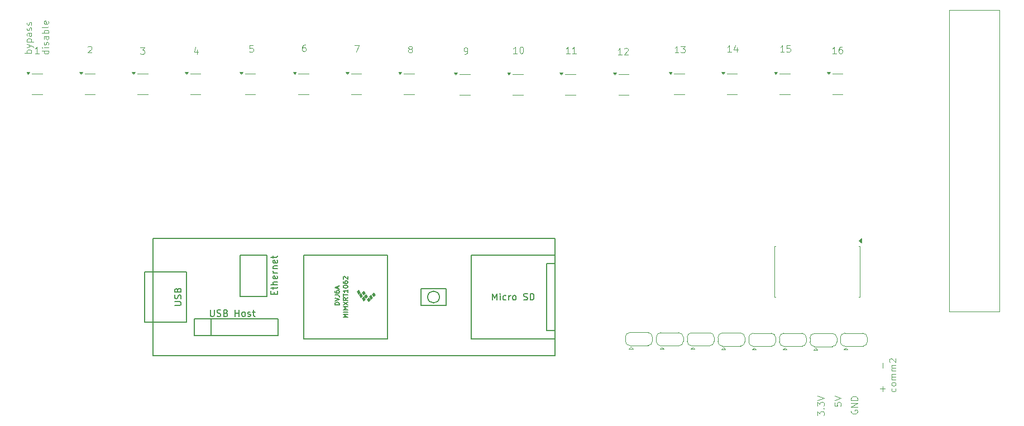
<source format=gbr>
%TF.GenerationSoftware,KiCad,Pcbnew,8.0.2-1*%
%TF.CreationDate,2024-07-06T17:14:10-04:00*%
%TF.ProjectId,boards_v3,626f6172-6473-45f7-9633-2e6b69636164,rev?*%
%TF.SameCoordinates,Original*%
%TF.FileFunction,Legend,Top*%
%TF.FilePolarity,Positive*%
%FSLAX46Y46*%
G04 Gerber Fmt 4.6, Leading zero omitted, Abs format (unit mm)*
G04 Created by KiCad (PCBNEW 8.0.2-1) date 2024-07-06 17:14:10*
%MOMM*%
%LPD*%
G01*
G04 APERTURE LIST*
%ADD10C,0.100000*%
%ADD11C,0.150000*%
%ADD12C,0.120000*%
G04 APERTURE END LIST*
D10*
X171027693Y-31772419D02*
X170456265Y-31772419D01*
X170741979Y-31772419D02*
X170741979Y-30772419D01*
X170741979Y-30772419D02*
X170646741Y-30915276D01*
X170646741Y-30915276D02*
X170551503Y-31010514D01*
X170551503Y-31010514D02*
X170456265Y-31058133D01*
X171884836Y-31105752D02*
X171884836Y-31772419D01*
X171646741Y-30724800D02*
X171408646Y-31439085D01*
X171408646Y-31439085D02*
X172027693Y-31439085D01*
X146527693Y-31972419D02*
X145956265Y-31972419D01*
X146241979Y-31972419D02*
X146241979Y-30972419D01*
X146241979Y-30972419D02*
X146146741Y-31115276D01*
X146146741Y-31115276D02*
X146051503Y-31210514D01*
X146051503Y-31210514D02*
X145956265Y-31258133D01*
X147480074Y-31972419D02*
X146908646Y-31972419D01*
X147194360Y-31972419D02*
X147194360Y-30972419D01*
X147194360Y-30972419D02*
X147099122Y-31115276D01*
X147099122Y-31115276D02*
X147003884Y-31210514D01*
X147003884Y-31210514D02*
X146908646Y-31258133D01*
X186927693Y-31972419D02*
X186356265Y-31972419D01*
X186641979Y-31972419D02*
X186641979Y-30972419D01*
X186641979Y-30972419D02*
X186546741Y-31115276D01*
X186546741Y-31115276D02*
X186451503Y-31210514D01*
X186451503Y-31210514D02*
X186356265Y-31258133D01*
X187784836Y-30972419D02*
X187594360Y-30972419D01*
X187594360Y-30972419D02*
X187499122Y-31020038D01*
X187499122Y-31020038D02*
X187451503Y-31067657D01*
X187451503Y-31067657D02*
X187356265Y-31210514D01*
X187356265Y-31210514D02*
X187308646Y-31400990D01*
X187308646Y-31400990D02*
X187308646Y-31781942D01*
X187308646Y-31781942D02*
X187356265Y-31877180D01*
X187356265Y-31877180D02*
X187403884Y-31924800D01*
X187403884Y-31924800D02*
X187499122Y-31972419D01*
X187499122Y-31972419D02*
X187689598Y-31972419D01*
X187689598Y-31972419D02*
X187784836Y-31924800D01*
X187784836Y-31924800D02*
X187832455Y-31877180D01*
X187832455Y-31877180D02*
X187880074Y-31781942D01*
X187880074Y-31781942D02*
X187880074Y-31543847D01*
X187880074Y-31543847D02*
X187832455Y-31448609D01*
X187832455Y-31448609D02*
X187784836Y-31400990D01*
X187784836Y-31400990D02*
X187689598Y-31353371D01*
X187689598Y-31353371D02*
X187499122Y-31353371D01*
X187499122Y-31353371D02*
X187403884Y-31400990D01*
X187403884Y-31400990D02*
X187356265Y-31448609D01*
X187356265Y-31448609D02*
X187308646Y-31543847D01*
X130551503Y-32072419D02*
X130741979Y-32072419D01*
X130741979Y-32072419D02*
X130837217Y-32024800D01*
X130837217Y-32024800D02*
X130884836Y-31977180D01*
X130884836Y-31977180D02*
X130980074Y-31834323D01*
X130980074Y-31834323D02*
X131027693Y-31643847D01*
X131027693Y-31643847D02*
X131027693Y-31262895D01*
X131027693Y-31262895D02*
X130980074Y-31167657D01*
X130980074Y-31167657D02*
X130932455Y-31120038D01*
X130932455Y-31120038D02*
X130837217Y-31072419D01*
X130837217Y-31072419D02*
X130646741Y-31072419D01*
X130646741Y-31072419D02*
X130551503Y-31120038D01*
X130551503Y-31120038D02*
X130503884Y-31167657D01*
X130503884Y-31167657D02*
X130456265Y-31262895D01*
X130456265Y-31262895D02*
X130456265Y-31500990D01*
X130456265Y-31500990D02*
X130503884Y-31596228D01*
X130503884Y-31596228D02*
X130551503Y-31643847D01*
X130551503Y-31643847D02*
X130646741Y-31691466D01*
X130646741Y-31691466D02*
X130837217Y-31691466D01*
X130837217Y-31691466D02*
X130932455Y-31643847D01*
X130932455Y-31643847D02*
X130980074Y-31596228D01*
X130980074Y-31596228D02*
X131027693Y-31500990D01*
X113908646Y-30772419D02*
X114575312Y-30772419D01*
X114575312Y-30772419D02*
X114146741Y-31772419D01*
X67472419Y-31567544D02*
X66472419Y-31567544D01*
X67424800Y-31567544D02*
X67472419Y-31662782D01*
X67472419Y-31662782D02*
X67472419Y-31853258D01*
X67472419Y-31853258D02*
X67424800Y-31948496D01*
X67424800Y-31948496D02*
X67377180Y-31996115D01*
X67377180Y-31996115D02*
X67281942Y-32043734D01*
X67281942Y-32043734D02*
X66996228Y-32043734D01*
X66996228Y-32043734D02*
X66900990Y-31996115D01*
X66900990Y-31996115D02*
X66853371Y-31948496D01*
X66853371Y-31948496D02*
X66805752Y-31853258D01*
X66805752Y-31853258D02*
X66805752Y-31662782D01*
X66805752Y-31662782D02*
X66853371Y-31567544D01*
X67472419Y-31091353D02*
X66805752Y-31091353D01*
X66472419Y-31091353D02*
X66520038Y-31138972D01*
X66520038Y-31138972D02*
X66567657Y-31091353D01*
X66567657Y-31091353D02*
X66520038Y-31043734D01*
X66520038Y-31043734D02*
X66472419Y-31091353D01*
X66472419Y-31091353D02*
X66567657Y-31091353D01*
X67424800Y-30662782D02*
X67472419Y-30567544D01*
X67472419Y-30567544D02*
X67472419Y-30377068D01*
X67472419Y-30377068D02*
X67424800Y-30281830D01*
X67424800Y-30281830D02*
X67329561Y-30234211D01*
X67329561Y-30234211D02*
X67281942Y-30234211D01*
X67281942Y-30234211D02*
X67186704Y-30281830D01*
X67186704Y-30281830D02*
X67139085Y-30377068D01*
X67139085Y-30377068D02*
X67139085Y-30519925D01*
X67139085Y-30519925D02*
X67091466Y-30615163D01*
X67091466Y-30615163D02*
X66996228Y-30662782D01*
X66996228Y-30662782D02*
X66948609Y-30662782D01*
X66948609Y-30662782D02*
X66853371Y-30615163D01*
X66853371Y-30615163D02*
X66805752Y-30519925D01*
X66805752Y-30519925D02*
X66805752Y-30377068D01*
X66805752Y-30377068D02*
X66853371Y-30281830D01*
X67472419Y-29377068D02*
X66948609Y-29377068D01*
X66948609Y-29377068D02*
X66853371Y-29424687D01*
X66853371Y-29424687D02*
X66805752Y-29519925D01*
X66805752Y-29519925D02*
X66805752Y-29710401D01*
X66805752Y-29710401D02*
X66853371Y-29805639D01*
X67424800Y-29377068D02*
X67472419Y-29472306D01*
X67472419Y-29472306D02*
X67472419Y-29710401D01*
X67472419Y-29710401D02*
X67424800Y-29805639D01*
X67424800Y-29805639D02*
X67329561Y-29853258D01*
X67329561Y-29853258D02*
X67234323Y-29853258D01*
X67234323Y-29853258D02*
X67139085Y-29805639D01*
X67139085Y-29805639D02*
X67091466Y-29710401D01*
X67091466Y-29710401D02*
X67091466Y-29472306D01*
X67091466Y-29472306D02*
X67043847Y-29377068D01*
X67472419Y-28900877D02*
X66472419Y-28900877D01*
X66853371Y-28900877D02*
X66805752Y-28805639D01*
X66805752Y-28805639D02*
X66805752Y-28615163D01*
X66805752Y-28615163D02*
X66853371Y-28519925D01*
X66853371Y-28519925D02*
X66900990Y-28472306D01*
X66900990Y-28472306D02*
X66996228Y-28424687D01*
X66996228Y-28424687D02*
X67281942Y-28424687D01*
X67281942Y-28424687D02*
X67377180Y-28472306D01*
X67377180Y-28472306D02*
X67424800Y-28519925D01*
X67424800Y-28519925D02*
X67472419Y-28615163D01*
X67472419Y-28615163D02*
X67472419Y-28805639D01*
X67472419Y-28805639D02*
X67424800Y-28900877D01*
X67472419Y-27853258D02*
X67424800Y-27948496D01*
X67424800Y-27948496D02*
X67329561Y-27996115D01*
X67329561Y-27996115D02*
X66472419Y-27996115D01*
X67424800Y-27091353D02*
X67472419Y-27186591D01*
X67472419Y-27186591D02*
X67472419Y-27377067D01*
X67472419Y-27377067D02*
X67424800Y-27472305D01*
X67424800Y-27472305D02*
X67329561Y-27519924D01*
X67329561Y-27519924D02*
X66948609Y-27519924D01*
X66948609Y-27519924D02*
X66853371Y-27472305D01*
X66853371Y-27472305D02*
X66805752Y-27377067D01*
X66805752Y-27377067D02*
X66805752Y-27186591D01*
X66805752Y-27186591D02*
X66853371Y-27091353D01*
X66853371Y-27091353D02*
X66948609Y-27043734D01*
X66948609Y-27043734D02*
X67043847Y-27043734D01*
X67043847Y-27043734D02*
X67139085Y-27519924D01*
X73456265Y-30967657D02*
X73503884Y-30920038D01*
X73503884Y-30920038D02*
X73599122Y-30872419D01*
X73599122Y-30872419D02*
X73837217Y-30872419D01*
X73837217Y-30872419D02*
X73932455Y-30920038D01*
X73932455Y-30920038D02*
X73980074Y-30967657D01*
X73980074Y-30967657D02*
X74027693Y-31062895D01*
X74027693Y-31062895D02*
X74027693Y-31158133D01*
X74027693Y-31158133D02*
X73980074Y-31300990D01*
X73980074Y-31300990D02*
X73408646Y-31872419D01*
X73408646Y-31872419D02*
X74027693Y-31872419D01*
X90032455Y-31405752D02*
X90032455Y-32072419D01*
X89794360Y-31024800D02*
X89556265Y-31739085D01*
X89556265Y-31739085D02*
X90175312Y-31739085D01*
X122246741Y-31300990D02*
X122151503Y-31253371D01*
X122151503Y-31253371D02*
X122103884Y-31205752D01*
X122103884Y-31205752D02*
X122056265Y-31110514D01*
X122056265Y-31110514D02*
X122056265Y-31062895D01*
X122056265Y-31062895D02*
X122103884Y-30967657D01*
X122103884Y-30967657D02*
X122151503Y-30920038D01*
X122151503Y-30920038D02*
X122246741Y-30872419D01*
X122246741Y-30872419D02*
X122437217Y-30872419D01*
X122437217Y-30872419D02*
X122532455Y-30920038D01*
X122532455Y-30920038D02*
X122580074Y-30967657D01*
X122580074Y-30967657D02*
X122627693Y-31062895D01*
X122627693Y-31062895D02*
X122627693Y-31110514D01*
X122627693Y-31110514D02*
X122580074Y-31205752D01*
X122580074Y-31205752D02*
X122532455Y-31253371D01*
X122532455Y-31253371D02*
X122437217Y-31300990D01*
X122437217Y-31300990D02*
X122246741Y-31300990D01*
X122246741Y-31300990D02*
X122151503Y-31348609D01*
X122151503Y-31348609D02*
X122103884Y-31396228D01*
X122103884Y-31396228D02*
X122056265Y-31491466D01*
X122056265Y-31491466D02*
X122056265Y-31681942D01*
X122056265Y-31681942D02*
X122103884Y-31777180D01*
X122103884Y-31777180D02*
X122151503Y-31824800D01*
X122151503Y-31824800D02*
X122246741Y-31872419D01*
X122246741Y-31872419D02*
X122437217Y-31872419D01*
X122437217Y-31872419D02*
X122532455Y-31824800D01*
X122532455Y-31824800D02*
X122580074Y-31777180D01*
X122580074Y-31777180D02*
X122627693Y-31681942D01*
X122627693Y-31681942D02*
X122627693Y-31491466D01*
X122627693Y-31491466D02*
X122580074Y-31396228D01*
X122580074Y-31396228D02*
X122532455Y-31348609D01*
X122532455Y-31348609D02*
X122437217Y-31300990D01*
X154427693Y-32172419D02*
X153856265Y-32172419D01*
X154141979Y-32172419D02*
X154141979Y-31172419D01*
X154141979Y-31172419D02*
X154046741Y-31315276D01*
X154046741Y-31315276D02*
X153951503Y-31410514D01*
X153951503Y-31410514D02*
X153856265Y-31458133D01*
X154808646Y-31267657D02*
X154856265Y-31220038D01*
X154856265Y-31220038D02*
X154951503Y-31172419D01*
X154951503Y-31172419D02*
X155189598Y-31172419D01*
X155189598Y-31172419D02*
X155284836Y-31220038D01*
X155284836Y-31220038D02*
X155332455Y-31267657D01*
X155332455Y-31267657D02*
X155380074Y-31362895D01*
X155380074Y-31362895D02*
X155380074Y-31458133D01*
X155380074Y-31458133D02*
X155332455Y-31600990D01*
X155332455Y-31600990D02*
X154761027Y-32172419D01*
X154761027Y-32172419D02*
X155380074Y-32172419D01*
X186672419Y-84919925D02*
X186672419Y-85396115D01*
X186672419Y-85396115D02*
X187148609Y-85443734D01*
X187148609Y-85443734D02*
X187100990Y-85396115D01*
X187100990Y-85396115D02*
X187053371Y-85300877D01*
X187053371Y-85300877D02*
X187053371Y-85062782D01*
X187053371Y-85062782D02*
X187100990Y-84967544D01*
X187100990Y-84967544D02*
X187148609Y-84919925D01*
X187148609Y-84919925D02*
X187243847Y-84872306D01*
X187243847Y-84872306D02*
X187481942Y-84872306D01*
X187481942Y-84872306D02*
X187577180Y-84919925D01*
X187577180Y-84919925D02*
X187624800Y-84967544D01*
X187624800Y-84967544D02*
X187672419Y-85062782D01*
X187672419Y-85062782D02*
X187672419Y-85300877D01*
X187672419Y-85300877D02*
X187624800Y-85396115D01*
X187624800Y-85396115D02*
X187577180Y-85443734D01*
X186672419Y-84586591D02*
X187672419Y-84253258D01*
X187672419Y-84253258D02*
X186672419Y-83919925D01*
X138527693Y-31972419D02*
X137956265Y-31972419D01*
X138241979Y-31972419D02*
X138241979Y-30972419D01*
X138241979Y-30972419D02*
X138146741Y-31115276D01*
X138146741Y-31115276D02*
X138051503Y-31210514D01*
X138051503Y-31210514D02*
X137956265Y-31258133D01*
X139146741Y-30972419D02*
X139241979Y-30972419D01*
X139241979Y-30972419D02*
X139337217Y-31020038D01*
X139337217Y-31020038D02*
X139384836Y-31067657D01*
X139384836Y-31067657D02*
X139432455Y-31162895D01*
X139432455Y-31162895D02*
X139480074Y-31353371D01*
X139480074Y-31353371D02*
X139480074Y-31591466D01*
X139480074Y-31591466D02*
X139432455Y-31781942D01*
X139432455Y-31781942D02*
X139384836Y-31877180D01*
X139384836Y-31877180D02*
X139337217Y-31924800D01*
X139337217Y-31924800D02*
X139241979Y-31972419D01*
X139241979Y-31972419D02*
X139146741Y-31972419D01*
X139146741Y-31972419D02*
X139051503Y-31924800D01*
X139051503Y-31924800D02*
X139003884Y-31877180D01*
X139003884Y-31877180D02*
X138956265Y-31781942D01*
X138956265Y-31781942D02*
X138908646Y-31591466D01*
X138908646Y-31591466D02*
X138908646Y-31353371D01*
X138908646Y-31353371D02*
X138956265Y-31162895D01*
X138956265Y-31162895D02*
X139003884Y-31067657D01*
X139003884Y-31067657D02*
X139051503Y-31020038D01*
X139051503Y-31020038D02*
X139146741Y-30972419D01*
X179027693Y-31772419D02*
X178456265Y-31772419D01*
X178741979Y-31772419D02*
X178741979Y-30772419D01*
X178741979Y-30772419D02*
X178646741Y-30915276D01*
X178646741Y-30915276D02*
X178551503Y-31010514D01*
X178551503Y-31010514D02*
X178456265Y-31058133D01*
X179932455Y-30772419D02*
X179456265Y-30772419D01*
X179456265Y-30772419D02*
X179408646Y-31248609D01*
X179408646Y-31248609D02*
X179456265Y-31200990D01*
X179456265Y-31200990D02*
X179551503Y-31153371D01*
X179551503Y-31153371D02*
X179789598Y-31153371D01*
X179789598Y-31153371D02*
X179884836Y-31200990D01*
X179884836Y-31200990D02*
X179932455Y-31248609D01*
X179932455Y-31248609D02*
X179980074Y-31343847D01*
X179980074Y-31343847D02*
X179980074Y-31581942D01*
X179980074Y-31581942D02*
X179932455Y-31677180D01*
X179932455Y-31677180D02*
X179884836Y-31724800D01*
X179884836Y-31724800D02*
X179789598Y-31772419D01*
X179789598Y-31772419D02*
X179551503Y-31772419D01*
X179551503Y-31772419D02*
X179456265Y-31724800D01*
X179456265Y-31724800D02*
X179408646Y-31677180D01*
X98480074Y-30772419D02*
X98003884Y-30772419D01*
X98003884Y-30772419D02*
X97956265Y-31248609D01*
X97956265Y-31248609D02*
X98003884Y-31200990D01*
X98003884Y-31200990D02*
X98099122Y-31153371D01*
X98099122Y-31153371D02*
X98337217Y-31153371D01*
X98337217Y-31153371D02*
X98432455Y-31200990D01*
X98432455Y-31200990D02*
X98480074Y-31248609D01*
X98480074Y-31248609D02*
X98527693Y-31343847D01*
X98527693Y-31343847D02*
X98527693Y-31581942D01*
X98527693Y-31581942D02*
X98480074Y-31677180D01*
X98480074Y-31677180D02*
X98432455Y-31724800D01*
X98432455Y-31724800D02*
X98337217Y-31772419D01*
X98337217Y-31772419D02*
X98099122Y-31772419D01*
X98099122Y-31772419D02*
X98003884Y-31724800D01*
X98003884Y-31724800D02*
X97956265Y-31677180D01*
X81408646Y-31072419D02*
X82027693Y-31072419D01*
X82027693Y-31072419D02*
X81694360Y-31453371D01*
X81694360Y-31453371D02*
X81837217Y-31453371D01*
X81837217Y-31453371D02*
X81932455Y-31500990D01*
X81932455Y-31500990D02*
X81980074Y-31548609D01*
X81980074Y-31548609D02*
X82027693Y-31643847D01*
X82027693Y-31643847D02*
X82027693Y-31881942D01*
X82027693Y-31881942D02*
X81980074Y-31977180D01*
X81980074Y-31977180D02*
X81932455Y-32024800D01*
X81932455Y-32024800D02*
X81837217Y-32072419D01*
X81837217Y-32072419D02*
X81551503Y-32072419D01*
X81551503Y-32072419D02*
X81456265Y-32024800D01*
X81456265Y-32024800D02*
X81408646Y-31977180D01*
X189220038Y-86072306D02*
X189172419Y-86167544D01*
X189172419Y-86167544D02*
X189172419Y-86310401D01*
X189172419Y-86310401D02*
X189220038Y-86453258D01*
X189220038Y-86453258D02*
X189315276Y-86548496D01*
X189315276Y-86548496D02*
X189410514Y-86596115D01*
X189410514Y-86596115D02*
X189600990Y-86643734D01*
X189600990Y-86643734D02*
X189743847Y-86643734D01*
X189743847Y-86643734D02*
X189934323Y-86596115D01*
X189934323Y-86596115D02*
X190029561Y-86548496D01*
X190029561Y-86548496D02*
X190124800Y-86453258D01*
X190124800Y-86453258D02*
X190172419Y-86310401D01*
X190172419Y-86310401D02*
X190172419Y-86215163D01*
X190172419Y-86215163D02*
X190124800Y-86072306D01*
X190124800Y-86072306D02*
X190077180Y-86024687D01*
X190077180Y-86024687D02*
X189743847Y-86024687D01*
X189743847Y-86024687D02*
X189743847Y-86215163D01*
X190172419Y-85596115D02*
X189172419Y-85596115D01*
X189172419Y-85596115D02*
X190172419Y-85024687D01*
X190172419Y-85024687D02*
X189172419Y-85024687D01*
X190172419Y-84548496D02*
X189172419Y-84548496D01*
X189172419Y-84548496D02*
X189172419Y-84310401D01*
X189172419Y-84310401D02*
X189220038Y-84167544D01*
X189220038Y-84167544D02*
X189315276Y-84072306D01*
X189315276Y-84072306D02*
X189410514Y-84024687D01*
X189410514Y-84024687D02*
X189600990Y-83977068D01*
X189600990Y-83977068D02*
X189743847Y-83977068D01*
X189743847Y-83977068D02*
X189934323Y-84024687D01*
X189934323Y-84024687D02*
X190029561Y-84072306D01*
X190029561Y-84072306D02*
X190124800Y-84167544D01*
X190124800Y-84167544D02*
X190172419Y-84310401D01*
X190172419Y-84310401D02*
X190172419Y-84548496D01*
X66027693Y-31972419D02*
X65456265Y-31972419D01*
X65741979Y-31972419D02*
X65741979Y-30972419D01*
X65741979Y-30972419D02*
X65646741Y-31115276D01*
X65646741Y-31115276D02*
X65551503Y-31210514D01*
X65551503Y-31210514D02*
X65456265Y-31258133D01*
X106432455Y-30672419D02*
X106241979Y-30672419D01*
X106241979Y-30672419D02*
X106146741Y-30720038D01*
X106146741Y-30720038D02*
X106099122Y-30767657D01*
X106099122Y-30767657D02*
X106003884Y-30910514D01*
X106003884Y-30910514D02*
X105956265Y-31100990D01*
X105956265Y-31100990D02*
X105956265Y-31481942D01*
X105956265Y-31481942D02*
X106003884Y-31577180D01*
X106003884Y-31577180D02*
X106051503Y-31624800D01*
X106051503Y-31624800D02*
X106146741Y-31672419D01*
X106146741Y-31672419D02*
X106337217Y-31672419D01*
X106337217Y-31672419D02*
X106432455Y-31624800D01*
X106432455Y-31624800D02*
X106480074Y-31577180D01*
X106480074Y-31577180D02*
X106527693Y-31481942D01*
X106527693Y-31481942D02*
X106527693Y-31243847D01*
X106527693Y-31243847D02*
X106480074Y-31148609D01*
X106480074Y-31148609D02*
X106432455Y-31100990D01*
X106432455Y-31100990D02*
X106337217Y-31053371D01*
X106337217Y-31053371D02*
X106146741Y-31053371D01*
X106146741Y-31053371D02*
X106051503Y-31100990D01*
X106051503Y-31100990D02*
X106003884Y-31148609D01*
X106003884Y-31148609D02*
X105956265Y-31243847D01*
X64872419Y-31896115D02*
X63872419Y-31896115D01*
X64253371Y-31896115D02*
X64205752Y-31800877D01*
X64205752Y-31800877D02*
X64205752Y-31610401D01*
X64205752Y-31610401D02*
X64253371Y-31515163D01*
X64253371Y-31515163D02*
X64300990Y-31467544D01*
X64300990Y-31467544D02*
X64396228Y-31419925D01*
X64396228Y-31419925D02*
X64681942Y-31419925D01*
X64681942Y-31419925D02*
X64777180Y-31467544D01*
X64777180Y-31467544D02*
X64824800Y-31515163D01*
X64824800Y-31515163D02*
X64872419Y-31610401D01*
X64872419Y-31610401D02*
X64872419Y-31800877D01*
X64872419Y-31800877D02*
X64824800Y-31896115D01*
X64205752Y-31086591D02*
X64872419Y-30848496D01*
X64205752Y-30610401D02*
X64872419Y-30848496D01*
X64872419Y-30848496D02*
X65110514Y-30943734D01*
X65110514Y-30943734D02*
X65158133Y-30991353D01*
X65158133Y-30991353D02*
X65205752Y-31086591D01*
X64205752Y-30229448D02*
X65205752Y-30229448D01*
X64253371Y-30229448D02*
X64205752Y-30134210D01*
X64205752Y-30134210D02*
X64205752Y-29943734D01*
X64205752Y-29943734D02*
X64253371Y-29848496D01*
X64253371Y-29848496D02*
X64300990Y-29800877D01*
X64300990Y-29800877D02*
X64396228Y-29753258D01*
X64396228Y-29753258D02*
X64681942Y-29753258D01*
X64681942Y-29753258D02*
X64777180Y-29800877D01*
X64777180Y-29800877D02*
X64824800Y-29848496D01*
X64824800Y-29848496D02*
X64872419Y-29943734D01*
X64872419Y-29943734D02*
X64872419Y-30134210D01*
X64872419Y-30134210D02*
X64824800Y-30229448D01*
X64872419Y-28896115D02*
X64348609Y-28896115D01*
X64348609Y-28896115D02*
X64253371Y-28943734D01*
X64253371Y-28943734D02*
X64205752Y-29038972D01*
X64205752Y-29038972D02*
X64205752Y-29229448D01*
X64205752Y-29229448D02*
X64253371Y-29324686D01*
X64824800Y-28896115D02*
X64872419Y-28991353D01*
X64872419Y-28991353D02*
X64872419Y-29229448D01*
X64872419Y-29229448D02*
X64824800Y-29324686D01*
X64824800Y-29324686D02*
X64729561Y-29372305D01*
X64729561Y-29372305D02*
X64634323Y-29372305D01*
X64634323Y-29372305D02*
X64539085Y-29324686D01*
X64539085Y-29324686D02*
X64491466Y-29229448D01*
X64491466Y-29229448D02*
X64491466Y-28991353D01*
X64491466Y-28991353D02*
X64443847Y-28896115D01*
X64824800Y-28467543D02*
X64872419Y-28372305D01*
X64872419Y-28372305D02*
X64872419Y-28181829D01*
X64872419Y-28181829D02*
X64824800Y-28086591D01*
X64824800Y-28086591D02*
X64729561Y-28038972D01*
X64729561Y-28038972D02*
X64681942Y-28038972D01*
X64681942Y-28038972D02*
X64586704Y-28086591D01*
X64586704Y-28086591D02*
X64539085Y-28181829D01*
X64539085Y-28181829D02*
X64539085Y-28324686D01*
X64539085Y-28324686D02*
X64491466Y-28419924D01*
X64491466Y-28419924D02*
X64396228Y-28467543D01*
X64396228Y-28467543D02*
X64348609Y-28467543D01*
X64348609Y-28467543D02*
X64253371Y-28419924D01*
X64253371Y-28419924D02*
X64205752Y-28324686D01*
X64205752Y-28324686D02*
X64205752Y-28181829D01*
X64205752Y-28181829D02*
X64253371Y-28086591D01*
X64824800Y-27658019D02*
X64872419Y-27562781D01*
X64872419Y-27562781D02*
X64872419Y-27372305D01*
X64872419Y-27372305D02*
X64824800Y-27277067D01*
X64824800Y-27277067D02*
X64729561Y-27229448D01*
X64729561Y-27229448D02*
X64681942Y-27229448D01*
X64681942Y-27229448D02*
X64586704Y-27277067D01*
X64586704Y-27277067D02*
X64539085Y-27372305D01*
X64539085Y-27372305D02*
X64539085Y-27515162D01*
X64539085Y-27515162D02*
X64491466Y-27610400D01*
X64491466Y-27610400D02*
X64396228Y-27658019D01*
X64396228Y-27658019D02*
X64348609Y-27658019D01*
X64348609Y-27658019D02*
X64253371Y-27610400D01*
X64253371Y-27610400D02*
X64205752Y-27515162D01*
X64205752Y-27515162D02*
X64205752Y-27372305D01*
X64205752Y-27372305D02*
X64253371Y-27277067D01*
X193981522Y-83196115D02*
X193981522Y-82434211D01*
X194362475Y-82815163D02*
X193600570Y-82815163D01*
X193981522Y-79672305D02*
X193981522Y-78910401D01*
X195924800Y-82767544D02*
X195972419Y-82862782D01*
X195972419Y-82862782D02*
X195972419Y-83053258D01*
X195972419Y-83053258D02*
X195924800Y-83148496D01*
X195924800Y-83148496D02*
X195877180Y-83196115D01*
X195877180Y-83196115D02*
X195781942Y-83243734D01*
X195781942Y-83243734D02*
X195496228Y-83243734D01*
X195496228Y-83243734D02*
X195400990Y-83196115D01*
X195400990Y-83196115D02*
X195353371Y-83148496D01*
X195353371Y-83148496D02*
X195305752Y-83053258D01*
X195305752Y-83053258D02*
X195305752Y-82862782D01*
X195305752Y-82862782D02*
X195353371Y-82767544D01*
X195972419Y-82196115D02*
X195924800Y-82291353D01*
X195924800Y-82291353D02*
X195877180Y-82338972D01*
X195877180Y-82338972D02*
X195781942Y-82386591D01*
X195781942Y-82386591D02*
X195496228Y-82386591D01*
X195496228Y-82386591D02*
X195400990Y-82338972D01*
X195400990Y-82338972D02*
X195353371Y-82291353D01*
X195353371Y-82291353D02*
X195305752Y-82196115D01*
X195305752Y-82196115D02*
X195305752Y-82053258D01*
X195305752Y-82053258D02*
X195353371Y-81958020D01*
X195353371Y-81958020D02*
X195400990Y-81910401D01*
X195400990Y-81910401D02*
X195496228Y-81862782D01*
X195496228Y-81862782D02*
X195781942Y-81862782D01*
X195781942Y-81862782D02*
X195877180Y-81910401D01*
X195877180Y-81910401D02*
X195924800Y-81958020D01*
X195924800Y-81958020D02*
X195972419Y-82053258D01*
X195972419Y-82053258D02*
X195972419Y-82196115D01*
X195972419Y-81434210D02*
X195305752Y-81434210D01*
X195400990Y-81434210D02*
X195353371Y-81386591D01*
X195353371Y-81386591D02*
X195305752Y-81291353D01*
X195305752Y-81291353D02*
X195305752Y-81148496D01*
X195305752Y-81148496D02*
X195353371Y-81053258D01*
X195353371Y-81053258D02*
X195448609Y-81005639D01*
X195448609Y-81005639D02*
X195972419Y-81005639D01*
X195448609Y-81005639D02*
X195353371Y-80958020D01*
X195353371Y-80958020D02*
X195305752Y-80862782D01*
X195305752Y-80862782D02*
X195305752Y-80719925D01*
X195305752Y-80719925D02*
X195353371Y-80624686D01*
X195353371Y-80624686D02*
X195448609Y-80577067D01*
X195448609Y-80577067D02*
X195972419Y-80577067D01*
X195972419Y-80100877D02*
X195305752Y-80100877D01*
X195400990Y-80100877D02*
X195353371Y-80053258D01*
X195353371Y-80053258D02*
X195305752Y-79958020D01*
X195305752Y-79958020D02*
X195305752Y-79815163D01*
X195305752Y-79815163D02*
X195353371Y-79719925D01*
X195353371Y-79719925D02*
X195448609Y-79672306D01*
X195448609Y-79672306D02*
X195972419Y-79672306D01*
X195448609Y-79672306D02*
X195353371Y-79624687D01*
X195353371Y-79624687D02*
X195305752Y-79529449D01*
X195305752Y-79529449D02*
X195305752Y-79386592D01*
X195305752Y-79386592D02*
X195353371Y-79291353D01*
X195353371Y-79291353D02*
X195448609Y-79243734D01*
X195448609Y-79243734D02*
X195972419Y-79243734D01*
X195067657Y-78815163D02*
X195020038Y-78767544D01*
X195020038Y-78767544D02*
X194972419Y-78672306D01*
X194972419Y-78672306D02*
X194972419Y-78434211D01*
X194972419Y-78434211D02*
X195020038Y-78338973D01*
X195020038Y-78338973D02*
X195067657Y-78291354D01*
X195067657Y-78291354D02*
X195162895Y-78243735D01*
X195162895Y-78243735D02*
X195258133Y-78243735D01*
X195258133Y-78243735D02*
X195400990Y-78291354D01*
X195400990Y-78291354D02*
X195972419Y-78862782D01*
X195972419Y-78862782D02*
X195972419Y-78243735D01*
X184072419Y-86891353D02*
X184072419Y-86272306D01*
X184072419Y-86272306D02*
X184453371Y-86605639D01*
X184453371Y-86605639D02*
X184453371Y-86462782D01*
X184453371Y-86462782D02*
X184500990Y-86367544D01*
X184500990Y-86367544D02*
X184548609Y-86319925D01*
X184548609Y-86319925D02*
X184643847Y-86272306D01*
X184643847Y-86272306D02*
X184881942Y-86272306D01*
X184881942Y-86272306D02*
X184977180Y-86319925D01*
X184977180Y-86319925D02*
X185024800Y-86367544D01*
X185024800Y-86367544D02*
X185072419Y-86462782D01*
X185072419Y-86462782D02*
X185072419Y-86748496D01*
X185072419Y-86748496D02*
X185024800Y-86843734D01*
X185024800Y-86843734D02*
X184977180Y-86891353D01*
X184977180Y-85843734D02*
X185024800Y-85796115D01*
X185024800Y-85796115D02*
X185072419Y-85843734D01*
X185072419Y-85843734D02*
X185024800Y-85891353D01*
X185024800Y-85891353D02*
X184977180Y-85843734D01*
X184977180Y-85843734D02*
X185072419Y-85843734D01*
X184072419Y-85462782D02*
X184072419Y-84843735D01*
X184072419Y-84843735D02*
X184453371Y-85177068D01*
X184453371Y-85177068D02*
X184453371Y-85034211D01*
X184453371Y-85034211D02*
X184500990Y-84938973D01*
X184500990Y-84938973D02*
X184548609Y-84891354D01*
X184548609Y-84891354D02*
X184643847Y-84843735D01*
X184643847Y-84843735D02*
X184881942Y-84843735D01*
X184881942Y-84843735D02*
X184977180Y-84891354D01*
X184977180Y-84891354D02*
X185024800Y-84938973D01*
X185024800Y-84938973D02*
X185072419Y-85034211D01*
X185072419Y-85034211D02*
X185072419Y-85319925D01*
X185072419Y-85319925D02*
X185024800Y-85415163D01*
X185024800Y-85415163D02*
X184977180Y-85462782D01*
X184072419Y-84558020D02*
X185072419Y-84224687D01*
X185072419Y-84224687D02*
X184072419Y-83891354D01*
X163027693Y-31872419D02*
X162456265Y-31872419D01*
X162741979Y-31872419D02*
X162741979Y-30872419D01*
X162741979Y-30872419D02*
X162646741Y-31015276D01*
X162646741Y-31015276D02*
X162551503Y-31110514D01*
X162551503Y-31110514D02*
X162456265Y-31158133D01*
X163361027Y-30872419D02*
X163980074Y-30872419D01*
X163980074Y-30872419D02*
X163646741Y-31253371D01*
X163646741Y-31253371D02*
X163789598Y-31253371D01*
X163789598Y-31253371D02*
X163884836Y-31300990D01*
X163884836Y-31300990D02*
X163932455Y-31348609D01*
X163932455Y-31348609D02*
X163980074Y-31443847D01*
X163980074Y-31443847D02*
X163980074Y-31681942D01*
X163980074Y-31681942D02*
X163932455Y-31777180D01*
X163932455Y-31777180D02*
X163884836Y-31824800D01*
X163884836Y-31824800D02*
X163789598Y-31872419D01*
X163789598Y-31872419D02*
X163503884Y-31872419D01*
X163503884Y-31872419D02*
X163408646Y-31824800D01*
X163408646Y-31824800D02*
X163361027Y-31777180D01*
D11*
X111586033Y-70123333D02*
X110886033Y-70123333D01*
X110886033Y-70123333D02*
X110886033Y-69956666D01*
X110886033Y-69956666D02*
X110919366Y-69856666D01*
X110919366Y-69856666D02*
X110986033Y-69790000D01*
X110986033Y-69790000D02*
X111052700Y-69756666D01*
X111052700Y-69756666D02*
X111186033Y-69723333D01*
X111186033Y-69723333D02*
X111286033Y-69723333D01*
X111286033Y-69723333D02*
X111419366Y-69756666D01*
X111419366Y-69756666D02*
X111486033Y-69790000D01*
X111486033Y-69790000D02*
X111552700Y-69856666D01*
X111552700Y-69856666D02*
X111586033Y-69956666D01*
X111586033Y-69956666D02*
X111586033Y-70123333D01*
X110886033Y-69523333D02*
X111586033Y-69290000D01*
X111586033Y-69290000D02*
X110886033Y-69056666D01*
X110886033Y-68623333D02*
X111386033Y-68623333D01*
X111386033Y-68623333D02*
X111486033Y-68656666D01*
X111486033Y-68656666D02*
X111552700Y-68723333D01*
X111552700Y-68723333D02*
X111586033Y-68823333D01*
X111586033Y-68823333D02*
X111586033Y-68890000D01*
X110886033Y-67990000D02*
X110886033Y-68123333D01*
X110886033Y-68123333D02*
X110919366Y-68190000D01*
X110919366Y-68190000D02*
X110952700Y-68223333D01*
X110952700Y-68223333D02*
X111052700Y-68290000D01*
X111052700Y-68290000D02*
X111186033Y-68323333D01*
X111186033Y-68323333D02*
X111452700Y-68323333D01*
X111452700Y-68323333D02*
X111519366Y-68290000D01*
X111519366Y-68290000D02*
X111552700Y-68256667D01*
X111552700Y-68256667D02*
X111586033Y-68190000D01*
X111586033Y-68190000D02*
X111586033Y-68056667D01*
X111586033Y-68056667D02*
X111552700Y-67990000D01*
X111552700Y-67990000D02*
X111519366Y-67956667D01*
X111519366Y-67956667D02*
X111452700Y-67923333D01*
X111452700Y-67923333D02*
X111286033Y-67923333D01*
X111286033Y-67923333D02*
X111219366Y-67956667D01*
X111219366Y-67956667D02*
X111186033Y-67990000D01*
X111186033Y-67990000D02*
X111152700Y-68056667D01*
X111152700Y-68056667D02*
X111152700Y-68190000D01*
X111152700Y-68190000D02*
X111186033Y-68256667D01*
X111186033Y-68256667D02*
X111219366Y-68290000D01*
X111219366Y-68290000D02*
X111286033Y-68323333D01*
X111386033Y-67656666D02*
X111386033Y-67323333D01*
X111586033Y-67723333D02*
X110886033Y-67490000D01*
X110886033Y-67490000D02*
X111586033Y-67256666D01*
X134820953Y-69374819D02*
X134820953Y-68374819D01*
X134820953Y-68374819D02*
X135154286Y-69089104D01*
X135154286Y-69089104D02*
X135487619Y-68374819D01*
X135487619Y-68374819D02*
X135487619Y-69374819D01*
X135963810Y-69374819D02*
X135963810Y-68708152D01*
X135963810Y-68374819D02*
X135916191Y-68422438D01*
X135916191Y-68422438D02*
X135963810Y-68470057D01*
X135963810Y-68470057D02*
X136011429Y-68422438D01*
X136011429Y-68422438D02*
X135963810Y-68374819D01*
X135963810Y-68374819D02*
X135963810Y-68470057D01*
X136868571Y-69327200D02*
X136773333Y-69374819D01*
X136773333Y-69374819D02*
X136582857Y-69374819D01*
X136582857Y-69374819D02*
X136487619Y-69327200D01*
X136487619Y-69327200D02*
X136440000Y-69279580D01*
X136440000Y-69279580D02*
X136392381Y-69184342D01*
X136392381Y-69184342D02*
X136392381Y-68898628D01*
X136392381Y-68898628D02*
X136440000Y-68803390D01*
X136440000Y-68803390D02*
X136487619Y-68755771D01*
X136487619Y-68755771D02*
X136582857Y-68708152D01*
X136582857Y-68708152D02*
X136773333Y-68708152D01*
X136773333Y-68708152D02*
X136868571Y-68755771D01*
X137297143Y-69374819D02*
X137297143Y-68708152D01*
X137297143Y-68898628D02*
X137344762Y-68803390D01*
X137344762Y-68803390D02*
X137392381Y-68755771D01*
X137392381Y-68755771D02*
X137487619Y-68708152D01*
X137487619Y-68708152D02*
X137582857Y-68708152D01*
X138059048Y-69374819D02*
X137963810Y-69327200D01*
X137963810Y-69327200D02*
X137916191Y-69279580D01*
X137916191Y-69279580D02*
X137868572Y-69184342D01*
X137868572Y-69184342D02*
X137868572Y-68898628D01*
X137868572Y-68898628D02*
X137916191Y-68803390D01*
X137916191Y-68803390D02*
X137963810Y-68755771D01*
X137963810Y-68755771D02*
X138059048Y-68708152D01*
X138059048Y-68708152D02*
X138201905Y-68708152D01*
X138201905Y-68708152D02*
X138297143Y-68755771D01*
X138297143Y-68755771D02*
X138344762Y-68803390D01*
X138344762Y-68803390D02*
X138392381Y-68898628D01*
X138392381Y-68898628D02*
X138392381Y-69184342D01*
X138392381Y-69184342D02*
X138344762Y-69279580D01*
X138344762Y-69279580D02*
X138297143Y-69327200D01*
X138297143Y-69327200D02*
X138201905Y-69374819D01*
X138201905Y-69374819D02*
X138059048Y-69374819D01*
X139535239Y-69327200D02*
X139678096Y-69374819D01*
X139678096Y-69374819D02*
X139916191Y-69374819D01*
X139916191Y-69374819D02*
X140011429Y-69327200D01*
X140011429Y-69327200D02*
X140059048Y-69279580D01*
X140059048Y-69279580D02*
X140106667Y-69184342D01*
X140106667Y-69184342D02*
X140106667Y-69089104D01*
X140106667Y-69089104D02*
X140059048Y-68993866D01*
X140059048Y-68993866D02*
X140011429Y-68946247D01*
X140011429Y-68946247D02*
X139916191Y-68898628D01*
X139916191Y-68898628D02*
X139725715Y-68851009D01*
X139725715Y-68851009D02*
X139630477Y-68803390D01*
X139630477Y-68803390D02*
X139582858Y-68755771D01*
X139582858Y-68755771D02*
X139535239Y-68660533D01*
X139535239Y-68660533D02*
X139535239Y-68565295D01*
X139535239Y-68565295D02*
X139582858Y-68470057D01*
X139582858Y-68470057D02*
X139630477Y-68422438D01*
X139630477Y-68422438D02*
X139725715Y-68374819D01*
X139725715Y-68374819D02*
X139963810Y-68374819D01*
X139963810Y-68374819D02*
X140106667Y-68422438D01*
X140535239Y-69374819D02*
X140535239Y-68374819D01*
X140535239Y-68374819D02*
X140773334Y-68374819D01*
X140773334Y-68374819D02*
X140916191Y-68422438D01*
X140916191Y-68422438D02*
X141011429Y-68517676D01*
X141011429Y-68517676D02*
X141059048Y-68612914D01*
X141059048Y-68612914D02*
X141106667Y-68803390D01*
X141106667Y-68803390D02*
X141106667Y-68946247D01*
X141106667Y-68946247D02*
X141059048Y-69136723D01*
X141059048Y-69136723D02*
X141011429Y-69231961D01*
X141011429Y-69231961D02*
X140916191Y-69327200D01*
X140916191Y-69327200D02*
X140773334Y-69374819D01*
X140773334Y-69374819D02*
X140535239Y-69374819D01*
X92034676Y-70864019D02*
X92034676Y-71673542D01*
X92034676Y-71673542D02*
X92082295Y-71768780D01*
X92082295Y-71768780D02*
X92129914Y-71816400D01*
X92129914Y-71816400D02*
X92225152Y-71864019D01*
X92225152Y-71864019D02*
X92415628Y-71864019D01*
X92415628Y-71864019D02*
X92510866Y-71816400D01*
X92510866Y-71816400D02*
X92558485Y-71768780D01*
X92558485Y-71768780D02*
X92606104Y-71673542D01*
X92606104Y-71673542D02*
X92606104Y-70864019D01*
X93034676Y-71816400D02*
X93177533Y-71864019D01*
X93177533Y-71864019D02*
X93415628Y-71864019D01*
X93415628Y-71864019D02*
X93510866Y-71816400D01*
X93510866Y-71816400D02*
X93558485Y-71768780D01*
X93558485Y-71768780D02*
X93606104Y-71673542D01*
X93606104Y-71673542D02*
X93606104Y-71578304D01*
X93606104Y-71578304D02*
X93558485Y-71483066D01*
X93558485Y-71483066D02*
X93510866Y-71435447D01*
X93510866Y-71435447D02*
X93415628Y-71387828D01*
X93415628Y-71387828D02*
X93225152Y-71340209D01*
X93225152Y-71340209D02*
X93129914Y-71292590D01*
X93129914Y-71292590D02*
X93082295Y-71244971D01*
X93082295Y-71244971D02*
X93034676Y-71149733D01*
X93034676Y-71149733D02*
X93034676Y-71054495D01*
X93034676Y-71054495D02*
X93082295Y-70959257D01*
X93082295Y-70959257D02*
X93129914Y-70911638D01*
X93129914Y-70911638D02*
X93225152Y-70864019D01*
X93225152Y-70864019D02*
X93463247Y-70864019D01*
X93463247Y-70864019D02*
X93606104Y-70911638D01*
X94368009Y-71340209D02*
X94510866Y-71387828D01*
X94510866Y-71387828D02*
X94558485Y-71435447D01*
X94558485Y-71435447D02*
X94606104Y-71530685D01*
X94606104Y-71530685D02*
X94606104Y-71673542D01*
X94606104Y-71673542D02*
X94558485Y-71768780D01*
X94558485Y-71768780D02*
X94510866Y-71816400D01*
X94510866Y-71816400D02*
X94415628Y-71864019D01*
X94415628Y-71864019D02*
X94034676Y-71864019D01*
X94034676Y-71864019D02*
X94034676Y-70864019D01*
X94034676Y-70864019D02*
X94368009Y-70864019D01*
X94368009Y-70864019D02*
X94463247Y-70911638D01*
X94463247Y-70911638D02*
X94510866Y-70959257D01*
X94510866Y-70959257D02*
X94558485Y-71054495D01*
X94558485Y-71054495D02*
X94558485Y-71149733D01*
X94558485Y-71149733D02*
X94510866Y-71244971D01*
X94510866Y-71244971D02*
X94463247Y-71292590D01*
X94463247Y-71292590D02*
X94368009Y-71340209D01*
X94368009Y-71340209D02*
X94034676Y-71340209D01*
X95796581Y-71864019D02*
X95796581Y-70864019D01*
X95796581Y-71340209D02*
X96368009Y-71340209D01*
X96368009Y-71864019D02*
X96368009Y-70864019D01*
X96987057Y-71864019D02*
X96891819Y-71816400D01*
X96891819Y-71816400D02*
X96844200Y-71768780D01*
X96844200Y-71768780D02*
X96796581Y-71673542D01*
X96796581Y-71673542D02*
X96796581Y-71387828D01*
X96796581Y-71387828D02*
X96844200Y-71292590D01*
X96844200Y-71292590D02*
X96891819Y-71244971D01*
X96891819Y-71244971D02*
X96987057Y-71197352D01*
X96987057Y-71197352D02*
X97129914Y-71197352D01*
X97129914Y-71197352D02*
X97225152Y-71244971D01*
X97225152Y-71244971D02*
X97272771Y-71292590D01*
X97272771Y-71292590D02*
X97320390Y-71387828D01*
X97320390Y-71387828D02*
X97320390Y-71673542D01*
X97320390Y-71673542D02*
X97272771Y-71768780D01*
X97272771Y-71768780D02*
X97225152Y-71816400D01*
X97225152Y-71816400D02*
X97129914Y-71864019D01*
X97129914Y-71864019D02*
X96987057Y-71864019D01*
X97701343Y-71816400D02*
X97796581Y-71864019D01*
X97796581Y-71864019D02*
X97987057Y-71864019D01*
X97987057Y-71864019D02*
X98082295Y-71816400D01*
X98082295Y-71816400D02*
X98129914Y-71721161D01*
X98129914Y-71721161D02*
X98129914Y-71673542D01*
X98129914Y-71673542D02*
X98082295Y-71578304D01*
X98082295Y-71578304D02*
X97987057Y-71530685D01*
X97987057Y-71530685D02*
X97844200Y-71530685D01*
X97844200Y-71530685D02*
X97748962Y-71483066D01*
X97748962Y-71483066D02*
X97701343Y-71387828D01*
X97701343Y-71387828D02*
X97701343Y-71340209D01*
X97701343Y-71340209D02*
X97748962Y-71244971D01*
X97748962Y-71244971D02*
X97844200Y-71197352D01*
X97844200Y-71197352D02*
X97987057Y-71197352D01*
X97987057Y-71197352D02*
X98082295Y-71244971D01*
X98415629Y-71197352D02*
X98796581Y-71197352D01*
X98558486Y-70864019D02*
X98558486Y-71721161D01*
X98558486Y-71721161D02*
X98606105Y-71816400D01*
X98606105Y-71816400D02*
X98701343Y-71864019D01*
X98701343Y-71864019D02*
X98796581Y-71864019D01*
X101676009Y-68500543D02*
X101676009Y-68167210D01*
X102199819Y-68024353D02*
X102199819Y-68500543D01*
X102199819Y-68500543D02*
X101199819Y-68500543D01*
X101199819Y-68500543D02*
X101199819Y-68024353D01*
X101533152Y-67738638D02*
X101533152Y-67357686D01*
X101199819Y-67595781D02*
X102056961Y-67595781D01*
X102056961Y-67595781D02*
X102152200Y-67548162D01*
X102152200Y-67548162D02*
X102199819Y-67452924D01*
X102199819Y-67452924D02*
X102199819Y-67357686D01*
X102199819Y-67024352D02*
X101199819Y-67024352D01*
X102199819Y-66595781D02*
X101676009Y-66595781D01*
X101676009Y-66595781D02*
X101580771Y-66643400D01*
X101580771Y-66643400D02*
X101533152Y-66738638D01*
X101533152Y-66738638D02*
X101533152Y-66881495D01*
X101533152Y-66881495D02*
X101580771Y-66976733D01*
X101580771Y-66976733D02*
X101628390Y-67024352D01*
X102152200Y-65738638D02*
X102199819Y-65833876D01*
X102199819Y-65833876D02*
X102199819Y-66024352D01*
X102199819Y-66024352D02*
X102152200Y-66119590D01*
X102152200Y-66119590D02*
X102056961Y-66167209D01*
X102056961Y-66167209D02*
X101676009Y-66167209D01*
X101676009Y-66167209D02*
X101580771Y-66119590D01*
X101580771Y-66119590D02*
X101533152Y-66024352D01*
X101533152Y-66024352D02*
X101533152Y-65833876D01*
X101533152Y-65833876D02*
X101580771Y-65738638D01*
X101580771Y-65738638D02*
X101676009Y-65691019D01*
X101676009Y-65691019D02*
X101771247Y-65691019D01*
X101771247Y-65691019D02*
X101866485Y-66167209D01*
X102199819Y-65262447D02*
X101533152Y-65262447D01*
X101723628Y-65262447D02*
X101628390Y-65214828D01*
X101628390Y-65214828D02*
X101580771Y-65167209D01*
X101580771Y-65167209D02*
X101533152Y-65071971D01*
X101533152Y-65071971D02*
X101533152Y-64976733D01*
X101533152Y-64643399D02*
X102199819Y-64643399D01*
X101628390Y-64643399D02*
X101580771Y-64595780D01*
X101580771Y-64595780D02*
X101533152Y-64500542D01*
X101533152Y-64500542D02*
X101533152Y-64357685D01*
X101533152Y-64357685D02*
X101580771Y-64262447D01*
X101580771Y-64262447D02*
X101676009Y-64214828D01*
X101676009Y-64214828D02*
X102199819Y-64214828D01*
X102152200Y-63357685D02*
X102199819Y-63452923D01*
X102199819Y-63452923D02*
X102199819Y-63643399D01*
X102199819Y-63643399D02*
X102152200Y-63738637D01*
X102152200Y-63738637D02*
X102056961Y-63786256D01*
X102056961Y-63786256D02*
X101676009Y-63786256D01*
X101676009Y-63786256D02*
X101580771Y-63738637D01*
X101580771Y-63738637D02*
X101533152Y-63643399D01*
X101533152Y-63643399D02*
X101533152Y-63452923D01*
X101533152Y-63452923D02*
X101580771Y-63357685D01*
X101580771Y-63357685D02*
X101676009Y-63310066D01*
X101676009Y-63310066D02*
X101771247Y-63310066D01*
X101771247Y-63310066D02*
X101866485Y-63786256D01*
X101533152Y-63024351D02*
X101533152Y-62643399D01*
X101199819Y-62881494D02*
X102056961Y-62881494D01*
X102056961Y-62881494D02*
X102152200Y-62833875D01*
X102152200Y-62833875D02*
X102199819Y-62738637D01*
X102199819Y-62738637D02*
X102199819Y-62643399D01*
X86594819Y-70181904D02*
X87404342Y-70181904D01*
X87404342Y-70181904D02*
X87499580Y-70134285D01*
X87499580Y-70134285D02*
X87547200Y-70086666D01*
X87547200Y-70086666D02*
X87594819Y-69991428D01*
X87594819Y-69991428D02*
X87594819Y-69800952D01*
X87594819Y-69800952D02*
X87547200Y-69705714D01*
X87547200Y-69705714D02*
X87499580Y-69658095D01*
X87499580Y-69658095D02*
X87404342Y-69610476D01*
X87404342Y-69610476D02*
X86594819Y-69610476D01*
X87547200Y-69181904D02*
X87594819Y-69039047D01*
X87594819Y-69039047D02*
X87594819Y-68800952D01*
X87594819Y-68800952D02*
X87547200Y-68705714D01*
X87547200Y-68705714D02*
X87499580Y-68658095D01*
X87499580Y-68658095D02*
X87404342Y-68610476D01*
X87404342Y-68610476D02*
X87309104Y-68610476D01*
X87309104Y-68610476D02*
X87213866Y-68658095D01*
X87213866Y-68658095D02*
X87166247Y-68705714D01*
X87166247Y-68705714D02*
X87118628Y-68800952D01*
X87118628Y-68800952D02*
X87071009Y-68991428D01*
X87071009Y-68991428D02*
X87023390Y-69086666D01*
X87023390Y-69086666D02*
X86975771Y-69134285D01*
X86975771Y-69134285D02*
X86880533Y-69181904D01*
X86880533Y-69181904D02*
X86785295Y-69181904D01*
X86785295Y-69181904D02*
X86690057Y-69134285D01*
X86690057Y-69134285D02*
X86642438Y-69086666D01*
X86642438Y-69086666D02*
X86594819Y-68991428D01*
X86594819Y-68991428D02*
X86594819Y-68753333D01*
X86594819Y-68753333D02*
X86642438Y-68610476D01*
X87071009Y-67848571D02*
X87118628Y-67705714D01*
X87118628Y-67705714D02*
X87166247Y-67658095D01*
X87166247Y-67658095D02*
X87261485Y-67610476D01*
X87261485Y-67610476D02*
X87404342Y-67610476D01*
X87404342Y-67610476D02*
X87499580Y-67658095D01*
X87499580Y-67658095D02*
X87547200Y-67705714D01*
X87547200Y-67705714D02*
X87594819Y-67800952D01*
X87594819Y-67800952D02*
X87594819Y-68181904D01*
X87594819Y-68181904D02*
X86594819Y-68181904D01*
X86594819Y-68181904D02*
X86594819Y-67848571D01*
X86594819Y-67848571D02*
X86642438Y-67753333D01*
X86642438Y-67753333D02*
X86690057Y-67705714D01*
X86690057Y-67705714D02*
X86785295Y-67658095D01*
X86785295Y-67658095D02*
X86880533Y-67658095D01*
X86880533Y-67658095D02*
X86975771Y-67705714D01*
X86975771Y-67705714D02*
X87023390Y-67753333D01*
X87023390Y-67753333D02*
X87071009Y-67848571D01*
X87071009Y-67848571D02*
X87071009Y-68181904D01*
X112856032Y-72003333D02*
X112156032Y-72003333D01*
X112156032Y-72003333D02*
X112656032Y-71770000D01*
X112656032Y-71770000D02*
X112156032Y-71536666D01*
X112156032Y-71536666D02*
X112856032Y-71536666D01*
X112856032Y-71203333D02*
X112156032Y-71203333D01*
X112856032Y-70870000D02*
X112156032Y-70870000D01*
X112156032Y-70870000D02*
X112656032Y-70636667D01*
X112656032Y-70636667D02*
X112156032Y-70403333D01*
X112156032Y-70403333D02*
X112856032Y-70403333D01*
X112156032Y-70136667D02*
X112856032Y-69670000D01*
X112156032Y-69670000D02*
X112856032Y-70136667D01*
X112856032Y-69003333D02*
X112522699Y-69236666D01*
X112856032Y-69403333D02*
X112156032Y-69403333D01*
X112156032Y-69403333D02*
X112156032Y-69136666D01*
X112156032Y-69136666D02*
X112189365Y-69070000D01*
X112189365Y-69070000D02*
X112222699Y-69036666D01*
X112222699Y-69036666D02*
X112289365Y-69003333D01*
X112289365Y-69003333D02*
X112389365Y-69003333D01*
X112389365Y-69003333D02*
X112456032Y-69036666D01*
X112456032Y-69036666D02*
X112489365Y-69070000D01*
X112489365Y-69070000D02*
X112522699Y-69136666D01*
X112522699Y-69136666D02*
X112522699Y-69403333D01*
X112156032Y-68803333D02*
X112156032Y-68403333D01*
X112856032Y-68603333D02*
X112156032Y-68603333D01*
X112856032Y-67803333D02*
X112856032Y-68203333D01*
X112856032Y-68003333D02*
X112156032Y-68003333D01*
X112156032Y-68003333D02*
X112256032Y-68070000D01*
X112256032Y-68070000D02*
X112322699Y-68136667D01*
X112322699Y-68136667D02*
X112356032Y-68203333D01*
X112156032Y-67370000D02*
X112156032Y-67303333D01*
X112156032Y-67303333D02*
X112189365Y-67236666D01*
X112189365Y-67236666D02*
X112222699Y-67203333D01*
X112222699Y-67203333D02*
X112289365Y-67170000D01*
X112289365Y-67170000D02*
X112422699Y-67136666D01*
X112422699Y-67136666D02*
X112589365Y-67136666D01*
X112589365Y-67136666D02*
X112722699Y-67170000D01*
X112722699Y-67170000D02*
X112789365Y-67203333D01*
X112789365Y-67203333D02*
X112822699Y-67236666D01*
X112822699Y-67236666D02*
X112856032Y-67303333D01*
X112856032Y-67303333D02*
X112856032Y-67370000D01*
X112856032Y-67370000D02*
X112822699Y-67436666D01*
X112822699Y-67436666D02*
X112789365Y-67470000D01*
X112789365Y-67470000D02*
X112722699Y-67503333D01*
X112722699Y-67503333D02*
X112589365Y-67536666D01*
X112589365Y-67536666D02*
X112422699Y-67536666D01*
X112422699Y-67536666D02*
X112289365Y-67503333D01*
X112289365Y-67503333D02*
X112222699Y-67470000D01*
X112222699Y-67470000D02*
X112189365Y-67436666D01*
X112189365Y-67436666D02*
X112156032Y-67370000D01*
X112156032Y-66536666D02*
X112156032Y-66669999D01*
X112156032Y-66669999D02*
X112189365Y-66736666D01*
X112189365Y-66736666D02*
X112222699Y-66769999D01*
X112222699Y-66769999D02*
X112322699Y-66836666D01*
X112322699Y-66836666D02*
X112456032Y-66869999D01*
X112456032Y-66869999D02*
X112722699Y-66869999D01*
X112722699Y-66869999D02*
X112789365Y-66836666D01*
X112789365Y-66836666D02*
X112822699Y-66803333D01*
X112822699Y-66803333D02*
X112856032Y-66736666D01*
X112856032Y-66736666D02*
X112856032Y-66603333D01*
X112856032Y-66603333D02*
X112822699Y-66536666D01*
X112822699Y-66536666D02*
X112789365Y-66503333D01*
X112789365Y-66503333D02*
X112722699Y-66469999D01*
X112722699Y-66469999D02*
X112556032Y-66469999D01*
X112556032Y-66469999D02*
X112489365Y-66503333D01*
X112489365Y-66503333D02*
X112456032Y-66536666D01*
X112456032Y-66536666D02*
X112422699Y-66603333D01*
X112422699Y-66603333D02*
X112422699Y-66736666D01*
X112422699Y-66736666D02*
X112456032Y-66803333D01*
X112456032Y-66803333D02*
X112489365Y-66836666D01*
X112489365Y-66836666D02*
X112556032Y-66869999D01*
X112222699Y-66203332D02*
X112189365Y-66169999D01*
X112189365Y-66169999D02*
X112156032Y-66103332D01*
X112156032Y-66103332D02*
X112156032Y-65936666D01*
X112156032Y-65936666D02*
X112189365Y-65869999D01*
X112189365Y-65869999D02*
X112222699Y-65836666D01*
X112222699Y-65836666D02*
X112289365Y-65803332D01*
X112289365Y-65803332D02*
X112356032Y-65803332D01*
X112356032Y-65803332D02*
X112456032Y-65836666D01*
X112456032Y-65836666D02*
X112856032Y-66236666D01*
X112856032Y-66236666D02*
X112856032Y-65803332D01*
D12*
%TO.C,U7*%
X146600000Y-35170000D02*
X145825000Y-35170000D01*
X146600000Y-35170000D02*
X147375000Y-35170000D01*
X146600000Y-38290000D02*
X145825000Y-38290000D01*
X146600000Y-38290000D02*
X147375000Y-38290000D01*
X145237500Y-35220000D02*
X144997500Y-34890000D01*
X145477500Y-34890000D01*
X145237500Y-35220000D01*
G36*
X145237500Y-35220000D02*
G01*
X144997500Y-34890000D01*
X145477500Y-34890000D01*
X145237500Y-35220000D01*
G37*
%TO.C,U9*%
X130600000Y-35170000D02*
X129825000Y-35170000D01*
X130600000Y-35170000D02*
X131375000Y-35170000D01*
X130600000Y-38290000D02*
X129825000Y-38290000D01*
X130600000Y-38290000D02*
X131375000Y-38290000D01*
X129237500Y-35220000D02*
X128997500Y-34890000D01*
X129477500Y-34890000D01*
X129237500Y-35220000D01*
G36*
X129237500Y-35220000D02*
G01*
X128997500Y-34890000D01*
X129477500Y-34890000D01*
X129237500Y-35220000D01*
G37*
%TO.C,U17*%
X65750000Y-35090000D02*
X64975000Y-35090000D01*
X65750000Y-35090000D02*
X66525000Y-35090000D01*
X65750000Y-38210000D02*
X64975000Y-38210000D01*
X65750000Y-38210000D02*
X66525000Y-38210000D01*
X64387500Y-35140000D02*
X64147500Y-34810000D01*
X64627500Y-34810000D01*
X64387500Y-35140000D01*
G36*
X64387500Y-35140000D02*
G01*
X64147500Y-34810000D01*
X64627500Y-34810000D01*
X64387500Y-35140000D01*
G37*
%TO.C,U11*%
X114150000Y-35090000D02*
X113375000Y-35090000D01*
X114150000Y-35090000D02*
X114925000Y-35090000D01*
X114150000Y-38210000D02*
X113375000Y-38210000D01*
X114150000Y-38210000D02*
X114925000Y-38210000D01*
X112787500Y-35140000D02*
X112547500Y-34810000D01*
X113027500Y-34810000D01*
X112787500Y-35140000D01*
G36*
X112787500Y-35140000D02*
G01*
X112547500Y-34810000D01*
X113027500Y-34810000D01*
X112787500Y-35140000D01*
G37*
%TO.C,JP24*%
X187540001Y-75692500D02*
X187540001Y-75092500D01*
X188090001Y-76892500D02*
X188690001Y-76892500D01*
X188190001Y-74392500D02*
X190990001Y-74392500D01*
X188390001Y-76592500D02*
X188090001Y-76892500D01*
X188390001Y-76592500D02*
X188690001Y-76892500D01*
X190990001Y-76392500D02*
X188190001Y-76392500D01*
X191640001Y-75092500D02*
X191640001Y-75692500D01*
X187540001Y-75092500D02*
G75*
G02*
X188240001Y-74392500I699999J1D01*
G01*
X188240001Y-76392500D02*
G75*
G02*
X187540001Y-75692500I-1J699999D01*
G01*
X190940001Y-74392500D02*
G75*
G02*
X191640001Y-75092500I0J-700000D01*
G01*
X191640001Y-75692500D02*
G75*
G02*
X190940001Y-76392500I-700000J0D01*
G01*
%TO.C,U4*%
X171130000Y-35090000D02*
X170355000Y-35090000D01*
X171130000Y-35090000D02*
X171905000Y-35090000D01*
X171130000Y-38210000D02*
X170355000Y-38210000D01*
X171130000Y-38210000D02*
X171905000Y-38210000D01*
X169767500Y-35140000D02*
X169527500Y-34810000D01*
X170007500Y-34810000D01*
X169767500Y-35140000D01*
G36*
X169767500Y-35140000D02*
G01*
X169527500Y-34810000D01*
X170007500Y-34810000D01*
X169767500Y-35140000D01*
G37*
%TO.C,JP22*%
X178300001Y-75700000D02*
X178300001Y-75100000D01*
X178850001Y-76900000D02*
X179450001Y-76900000D01*
X178950001Y-74400000D02*
X181750001Y-74400000D01*
X179150001Y-76600000D02*
X178850001Y-76900000D01*
X179150001Y-76600000D02*
X179450001Y-76900000D01*
X181750001Y-76400000D02*
X178950001Y-76400000D01*
X182400001Y-75100000D02*
X182400001Y-75700000D01*
X178300001Y-75100000D02*
G75*
G02*
X179000001Y-74400000I699999J1D01*
G01*
X179000001Y-76400000D02*
G75*
G02*
X178300001Y-75700000I-1J699999D01*
G01*
X181700001Y-74400000D02*
G75*
G02*
X182400001Y-75100000I0J-700000D01*
G01*
X182400001Y-75700000D02*
G75*
G02*
X181700001Y-76400000I-700000J0D01*
G01*
%TO.C,U12*%
X106150000Y-35090000D02*
X105375000Y-35090000D01*
X106150000Y-35090000D02*
X106925000Y-35090000D01*
X106150000Y-38210000D02*
X105375000Y-38210000D01*
X106150000Y-38210000D02*
X106925000Y-38210000D01*
X104787500Y-35140000D02*
X104547500Y-34810000D01*
X105027500Y-34810000D01*
X104787500Y-35140000D01*
G36*
X104787500Y-35140000D02*
G01*
X104547500Y-34810000D01*
X105027500Y-34810000D01*
X104787500Y-35140000D01*
G37*
%TO.C,U5*%
X163130000Y-35090000D02*
X162355000Y-35090000D01*
X163130000Y-35090000D02*
X163905000Y-35090000D01*
X163130000Y-38210000D02*
X162355000Y-38210000D01*
X163130000Y-38210000D02*
X163905000Y-38210000D01*
X161767500Y-35140000D02*
X161527500Y-34810000D01*
X162007500Y-34810000D01*
X161767500Y-35140000D01*
G36*
X161767500Y-35140000D02*
G01*
X161527500Y-34810000D01*
X162007500Y-34810000D01*
X161767500Y-35140000D01*
G37*
D11*
%TO.C,U1*%
X82060000Y-65110000D02*
X83330000Y-65110000D01*
X82060000Y-72730000D02*
X82060000Y-65110000D01*
X83330000Y-60030000D02*
X144290000Y-60030000D01*
X83330000Y-72730000D02*
X82060000Y-72730000D01*
X83330000Y-77810000D02*
X83330000Y-60030000D01*
X88410000Y-65110000D02*
X83330000Y-65110000D01*
X88410000Y-72730000D02*
X83330000Y-72730000D01*
X88410000Y-72730000D02*
X88410000Y-65110000D01*
X89629200Y-72219200D02*
X92169200Y-72219200D01*
X89629200Y-72219200D02*
X102329200Y-72219200D01*
X89629200Y-74759200D02*
X89629200Y-72219200D01*
X92169200Y-72219200D02*
X92169200Y-74759199D01*
X96560000Y-62568401D02*
X96560000Y-62818400D01*
X96560000Y-62818400D02*
X96560000Y-68818400D01*
X96560000Y-68818400D02*
X100560000Y-68818400D01*
X100560000Y-62568400D02*
X96560000Y-62568401D01*
X100560000Y-68818400D02*
X100560000Y-62568400D01*
X102329200Y-72219200D02*
X102329200Y-74759199D01*
X102329200Y-74759199D02*
X89629200Y-74759200D01*
X106190000Y-62570000D02*
X106190000Y-75270000D01*
X106190000Y-75270000D02*
X118890000Y-75270001D01*
X118890000Y-62569999D02*
X106190000Y-62570000D01*
X118890000Y-75270001D02*
X118890000Y-62569999D01*
X123970000Y-67649999D02*
X127780000Y-67650000D01*
X123970000Y-70190001D02*
X123970000Y-67649999D01*
X127780000Y-67650000D02*
X127780000Y-70190000D01*
X127780000Y-70190000D02*
X123970000Y-70190001D01*
X131590001Y-62570000D02*
X131590001Y-75270000D01*
X131590001Y-75270000D02*
X144290000Y-75270000D01*
X143020001Y-63840000D02*
X143020001Y-74000000D01*
X143020001Y-74000000D02*
X144290000Y-74000000D01*
X144290000Y-60030000D02*
X144290000Y-77810000D01*
X144290000Y-62570000D02*
X131590001Y-62570000D01*
X144290000Y-63840000D02*
X143020001Y-63840000D01*
X144290000Y-77810000D02*
X83330000Y-77810000D01*
X126773026Y-68920000D02*
G75*
G02*
X124976974Y-68920000I-898026J0D01*
G01*
X124976974Y-68920000D02*
G75*
G02*
X126773026Y-68920000I898026J0D01*
G01*
D10*
X114721000Y-68232000D02*
X114467000Y-68486000D01*
X114213000Y-68105000D01*
X114467000Y-67851000D01*
X114721000Y-68232000D01*
G36*
X114721000Y-68232000D02*
G01*
X114467000Y-68486000D01*
X114213000Y-68105000D01*
X114467000Y-67851000D01*
X114721000Y-68232000D01*
G37*
X115102000Y-68740000D02*
X114848000Y-68994000D01*
X114594000Y-68613000D01*
X114848000Y-68359000D01*
X115102000Y-68740000D01*
G36*
X115102000Y-68740000D02*
G01*
X114848000Y-68994000D01*
X114594000Y-68613000D01*
X114848000Y-68359000D01*
X115102000Y-68740000D01*
G37*
X115483001Y-68359000D02*
X115229000Y-68613000D01*
X114975000Y-68232000D01*
X115229000Y-67978000D01*
X115483001Y-68359000D01*
G36*
X115483001Y-68359000D02*
G01*
X115229000Y-68613000D01*
X114975000Y-68232000D01*
X115229000Y-67978000D01*
X115483001Y-68359000D01*
G37*
X115483001Y-69248000D02*
X115229000Y-69502000D01*
X114975000Y-69121000D01*
X115229000Y-68867000D01*
X115483001Y-69248000D01*
G36*
X115483001Y-69248000D02*
G01*
X115229000Y-69502000D01*
X114975000Y-69121000D01*
X115229000Y-68867000D01*
X115483001Y-69248000D01*
G37*
X115864000Y-68867000D02*
X115610000Y-69121000D01*
X115356000Y-68740000D01*
X115610000Y-68486000D01*
X115864000Y-68867000D01*
G36*
X115864000Y-68867000D02*
G01*
X115610000Y-69121000D01*
X115356000Y-68740000D01*
X115610000Y-68486000D01*
X115864000Y-68867000D01*
G37*
X116245000Y-69375001D02*
X115991000Y-69629000D01*
X115737000Y-69248000D01*
X115991000Y-68994000D01*
X116245000Y-69375001D01*
G36*
X116245000Y-69375001D02*
G01*
X115991000Y-69629000D01*
X115737000Y-69248000D01*
X115991000Y-68994000D01*
X116245000Y-69375001D01*
G37*
X116626000Y-68994000D02*
X116372001Y-69248000D01*
X116118000Y-68867000D01*
X116372000Y-68613000D01*
X116626000Y-68994000D01*
G36*
X116626000Y-68994000D02*
G01*
X116372001Y-69248000D01*
X116118000Y-68867000D01*
X116372000Y-68613000D01*
X116626000Y-68994000D01*
G37*
X117007000Y-68613000D02*
X116753000Y-68867000D01*
X116499000Y-68486000D01*
X116753000Y-68232000D01*
X117007000Y-68613000D01*
G36*
X117007000Y-68613000D02*
G01*
X116753000Y-68867000D01*
X116499000Y-68486000D01*
X116753000Y-68232000D01*
X117007000Y-68613000D01*
G37*
D12*
%TO.C,U16*%
X73750000Y-35090000D02*
X72975000Y-35090000D01*
X73750000Y-35090000D02*
X74525000Y-35090000D01*
X73750000Y-38210000D02*
X72975000Y-38210000D01*
X73750000Y-38210000D02*
X74525000Y-38210000D01*
X72387500Y-35140000D02*
X72147500Y-34810000D01*
X72627500Y-34810000D01*
X72387500Y-35140000D01*
G36*
X72387500Y-35140000D02*
G01*
X72147500Y-34810000D01*
X72627500Y-34810000D01*
X72387500Y-35140000D01*
G37*
%TO.C,U2*%
X187130000Y-35090000D02*
X186355000Y-35090000D01*
X187130000Y-35090000D02*
X187905000Y-35090000D01*
X187130000Y-38210000D02*
X186355000Y-38210000D01*
X187130000Y-38210000D02*
X187905000Y-38210000D01*
X185767500Y-35140000D02*
X185527500Y-34810000D01*
X186007500Y-34810000D01*
X185767500Y-35140000D01*
G36*
X185767500Y-35140000D02*
G01*
X185527500Y-34810000D01*
X186007500Y-34810000D01*
X185767500Y-35140000D01*
G37*
%TO.C,U3*%
X179130000Y-35090000D02*
X178355000Y-35090000D01*
X179130000Y-35090000D02*
X179905000Y-35090000D01*
X179130000Y-38210000D02*
X178355000Y-38210000D01*
X179130000Y-38210000D02*
X179905000Y-38210000D01*
X177767500Y-35140000D02*
X177527500Y-34810000D01*
X178007500Y-34810000D01*
X177767500Y-35140000D01*
G36*
X177767500Y-35140000D02*
G01*
X177527500Y-34810000D01*
X178007500Y-34810000D01*
X177767500Y-35140000D01*
G37*
%TO.C,JP19*%
X164320000Y-75629999D02*
X164320000Y-75029999D01*
X164870000Y-76829999D02*
X165470000Y-76829999D01*
X164970000Y-74329999D02*
X167770000Y-74329999D01*
X165170000Y-76529999D02*
X164870000Y-76829999D01*
X165170000Y-76529999D02*
X165470000Y-76829999D01*
X167770000Y-76329999D02*
X164970000Y-76329999D01*
X168420000Y-75029999D02*
X168420000Y-75629999D01*
X164320000Y-75029999D02*
G75*
G02*
X165020000Y-74329999I699999J1D01*
G01*
X165020000Y-76329999D02*
G75*
G02*
X164320000Y-75629999I-1J699999D01*
G01*
X167720000Y-74329999D02*
G75*
G02*
X168420000Y-75029999I0J-700000D01*
G01*
X168420000Y-75629999D02*
G75*
G02*
X167720000Y-76329999I-700000J0D01*
G01*
%TO.C,U14*%
X89750000Y-35090000D02*
X88975000Y-35090000D01*
X89750000Y-35090000D02*
X90525000Y-35090000D01*
X89750000Y-38210000D02*
X88975000Y-38210000D01*
X89750000Y-38210000D02*
X90525000Y-38210000D01*
X88387500Y-35140000D02*
X88147500Y-34810000D01*
X88627500Y-34810000D01*
X88387500Y-35140000D01*
G36*
X88387500Y-35140000D02*
G01*
X88147500Y-34810000D01*
X88627500Y-34810000D01*
X88387500Y-35140000D01*
G37*
%TO.C,U8*%
X138650000Y-35170000D02*
X137875000Y-35170000D01*
X138650000Y-35170000D02*
X139425000Y-35170000D01*
X138650000Y-38290000D02*
X137875000Y-38290000D01*
X138650000Y-38290000D02*
X139425000Y-38290000D01*
X137287500Y-35220000D02*
X137047500Y-34890000D01*
X137527500Y-34890000D01*
X137287500Y-35220000D01*
G36*
X137287500Y-35220000D02*
G01*
X137047500Y-34890000D01*
X137527500Y-34890000D01*
X137287500Y-35220000D01*
G37*
%TO.C,U13*%
X98050000Y-35090000D02*
X97275000Y-35090000D01*
X98050000Y-35090000D02*
X98825000Y-35090000D01*
X98050000Y-38210000D02*
X97275000Y-38210000D01*
X98050000Y-38210000D02*
X98825000Y-38210000D01*
X96687500Y-35140000D02*
X96447500Y-34810000D01*
X96927500Y-34810000D01*
X96687500Y-35140000D01*
G36*
X96687500Y-35140000D02*
G01*
X96447500Y-34810000D01*
X96927500Y-34810000D01*
X96687500Y-35140000D01*
G37*
%TO.C,U18*%
X177525000Y-61190000D02*
X177760000Y-61190000D01*
X177525000Y-65050000D02*
X177525000Y-61190000D01*
X177525000Y-65050000D02*
X177525000Y-68910000D01*
X177525000Y-68910000D02*
X177760000Y-68910000D01*
X190545000Y-61190000D02*
X190310000Y-61190000D01*
X190545000Y-65050000D02*
X190545000Y-61190000D01*
X190545000Y-65050000D02*
X190545000Y-68910000D01*
X190545000Y-68910000D02*
X190310000Y-68910000D01*
X190780000Y-60677500D02*
X190310000Y-60337500D01*
X190780000Y-59997500D01*
X190780000Y-60677500D01*
G36*
X190780000Y-60677500D02*
G01*
X190310000Y-60337500D01*
X190780000Y-59997500D01*
X190780000Y-60677500D01*
G37*
%TO.C,JP23*%
X182940001Y-75735000D02*
X182940001Y-75135000D01*
X183490001Y-76935000D02*
X184090001Y-76935000D01*
X183590001Y-74435000D02*
X186390001Y-74435000D01*
X183790001Y-76635000D02*
X183490001Y-76935000D01*
X183790001Y-76635000D02*
X184090001Y-76935000D01*
X186390001Y-76435000D02*
X183590001Y-76435000D01*
X187040001Y-75135000D02*
X187040001Y-75735000D01*
X182940001Y-75135000D02*
G75*
G02*
X183640001Y-74435000I699999J1D01*
G01*
X183640001Y-76435000D02*
G75*
G02*
X182940001Y-75735000I-1J699999D01*
G01*
X186340001Y-74435000D02*
G75*
G02*
X187040001Y-75135000I0J-700000D01*
G01*
X187040001Y-75735000D02*
G75*
G02*
X186340001Y-76435000I-700000J0D01*
G01*
%TO.C,JP20*%
X168990000Y-75664999D02*
X168990000Y-75064999D01*
X169540000Y-76864999D02*
X170140000Y-76864999D01*
X169640000Y-74364999D02*
X172440000Y-74364999D01*
X169840000Y-76564999D02*
X169540000Y-76864999D01*
X169840000Y-76564999D02*
X170140000Y-76864999D01*
X172440000Y-76364999D02*
X169640000Y-76364999D01*
X173090000Y-75064999D02*
X173090000Y-75664999D01*
X168990000Y-75064999D02*
G75*
G02*
X169690000Y-74364999I699999J1D01*
G01*
X169690000Y-76364999D02*
G75*
G02*
X168990000Y-75664999I-1J699999D01*
G01*
X172390000Y-74364999D02*
G75*
G02*
X173090000Y-75064999I0J-700000D01*
G01*
X173090000Y-75664999D02*
G75*
G02*
X172390000Y-76364999I-700000J0D01*
G01*
%TO.C,U15*%
X81750000Y-35090000D02*
X80975000Y-35090000D01*
X81750000Y-35090000D02*
X82525000Y-35090000D01*
X81750000Y-38210000D02*
X80975000Y-38210000D01*
X81750000Y-38210000D02*
X82525000Y-38210000D01*
X80387500Y-35140000D02*
X80147500Y-34810000D01*
X80627500Y-34810000D01*
X80387500Y-35140000D01*
G36*
X80387500Y-35140000D02*
G01*
X80147500Y-34810000D01*
X80627500Y-34810000D01*
X80387500Y-35140000D01*
G37*
%TO.C,U10*%
X122150000Y-35090000D02*
X121375000Y-35090000D01*
X122150000Y-35090000D02*
X122925000Y-35090000D01*
X122150000Y-38210000D02*
X121375000Y-38210000D01*
X122150000Y-38210000D02*
X122925000Y-38210000D01*
X120787500Y-35140000D02*
X120547500Y-34810000D01*
X121027500Y-34810000D01*
X120787500Y-35140000D01*
G36*
X120787500Y-35140000D02*
G01*
X120547500Y-34810000D01*
X121027500Y-34810000D01*
X120787500Y-35140000D01*
G37*
%TO.C,JP17*%
X154949999Y-75594999D02*
X154949999Y-74994999D01*
X155499999Y-76794999D02*
X156099999Y-76794999D01*
X155599999Y-74294999D02*
X158399999Y-74294999D01*
X155799999Y-76494999D02*
X155499999Y-76794999D01*
X155799999Y-76494999D02*
X156099999Y-76794999D01*
X158399999Y-76294999D02*
X155599999Y-76294999D01*
X159049999Y-74994999D02*
X159049999Y-75594999D01*
X154949999Y-74994999D02*
G75*
G02*
X155649999Y-74294999I699999J1D01*
G01*
X155649999Y-76294999D02*
G75*
G02*
X154949999Y-75594999I-1J699999D01*
G01*
X158349999Y-74294999D02*
G75*
G02*
X159049999Y-74994999I0J-700000D01*
G01*
X159049999Y-75594999D02*
G75*
G02*
X158349999Y-76294999I-700000J0D01*
G01*
%TO.C,U6*%
X154700000Y-35170000D02*
X153925000Y-35170000D01*
X154700000Y-35170000D02*
X155475000Y-35170000D01*
X154700000Y-38290000D02*
X153925000Y-38290000D01*
X154700000Y-38290000D02*
X155475000Y-38290000D01*
X153337500Y-35220000D02*
X153097500Y-34890000D01*
X153577500Y-34890000D01*
X153337500Y-35220000D01*
G36*
X153337500Y-35220000D02*
G01*
X153097500Y-34890000D01*
X153577500Y-34890000D01*
X153337500Y-35220000D01*
G37*
%TO.C,JP21*%
X173650000Y-75700000D02*
X173650000Y-75100000D01*
X174200000Y-76900000D02*
X174800000Y-76900000D01*
X174300000Y-74400000D02*
X177100000Y-74400000D01*
X174500000Y-76600000D02*
X174200000Y-76900000D01*
X174500000Y-76600000D02*
X174800000Y-76900000D01*
X177100000Y-76400000D02*
X174300000Y-76400000D01*
X177750000Y-75100000D02*
X177750000Y-75700000D01*
X173650000Y-75100000D02*
G75*
G02*
X174350000Y-74400000I699999J1D01*
G01*
X174350000Y-76400000D02*
G75*
G02*
X173650000Y-75700000I-1J699999D01*
G01*
X177050000Y-74400000D02*
G75*
G02*
X177750000Y-75100000I0J-700000D01*
G01*
X177750000Y-75700000D02*
G75*
G02*
X177050000Y-76400000I-700000J0D01*
G01*
%TO.C,J9*%
D10*
X204020000Y-25440000D02*
X211640000Y-25440000D01*
X211640000Y-71160000D01*
X204020000Y-71160000D01*
X204020000Y-25440000D01*
D12*
%TO.C,JP18*%
X159639999Y-75629999D02*
X159639999Y-75029999D01*
X160189999Y-76829999D02*
X160789999Y-76829999D01*
X160289999Y-74329999D02*
X163089999Y-74329999D01*
X160489999Y-76529999D02*
X160189999Y-76829999D01*
X160489999Y-76529999D02*
X160789999Y-76829999D01*
X163089999Y-76329999D02*
X160289999Y-76329999D01*
X163739999Y-75029999D02*
X163739999Y-75629999D01*
X159639999Y-75029999D02*
G75*
G02*
X160339999Y-74329999I699999J1D01*
G01*
X160339999Y-76329999D02*
G75*
G02*
X159639999Y-75629999I-1J699999D01*
G01*
X163039999Y-74329999D02*
G75*
G02*
X163739999Y-75029999I0J-700000D01*
G01*
X163739999Y-75629999D02*
G75*
G02*
X163039999Y-76329999I-700000J0D01*
G01*
%TD*%
M02*

</source>
